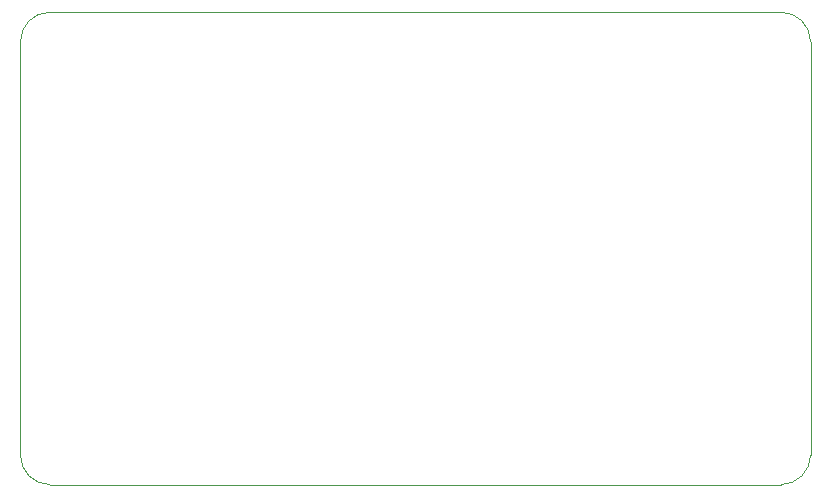
<source format=gm1>
G04 #@! TF.GenerationSoftware,KiCad,Pcbnew,(6.0.6)*
G04 #@! TF.CreationDate,2022-07-05T19:51:37+02:00*
G04 #@! TF.ProjectId,esp32-spi-hub,65737033-322d-4737-9069-2d6875622e6b,rev?*
G04 #@! TF.SameCoordinates,Original*
G04 #@! TF.FileFunction,Profile,NP*
%FSLAX46Y46*%
G04 Gerber Fmt 4.6, Leading zero omitted, Abs format (unit mm)*
G04 Created by KiCad (PCBNEW (6.0.6)) date 2022-07-05 19:51:37*
%MOMM*%
%LPD*%
G01*
G04 APERTURE LIST*
G04 #@! TA.AperFunction,Profile*
%ADD10C,0.100000*%
G04 #@! TD*
G04 APERTURE END LIST*
D10*
X186500000Y-147300000D02*
X124600000Y-147300000D01*
X186500000Y-147300000D02*
G75*
G03*
X189000000Y-144800000I0J2500000D01*
G01*
X189000000Y-109800000D02*
X189000000Y-144800000D01*
X124600000Y-107300000D02*
X186500000Y-107300000D01*
X124600000Y-107300000D02*
G75*
G03*
X122100000Y-109800000I0J-2500000D01*
G01*
X122100000Y-144800000D02*
X122100000Y-109800000D01*
X122100000Y-144800000D02*
G75*
G03*
X124600000Y-147300000I2500000J0D01*
G01*
X189000000Y-109800000D02*
G75*
G03*
X186500000Y-107300000I-2500000J0D01*
G01*
M02*

</source>
